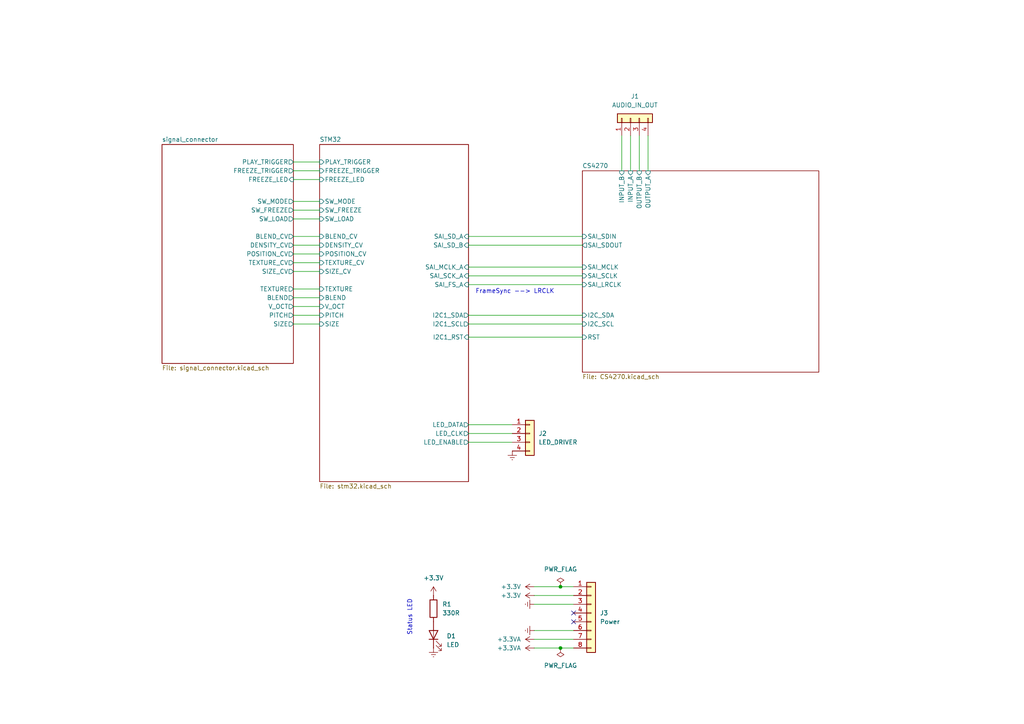
<source format=kicad_sch>
(kicad_sch (version 20231120) (generator "eeschema") (generator_version "8.0")
  (paper "A4")
  (lib_symbols
    (symbol "Connector_Generic:Conn_01x04" (pin_names (offset 1.016) hide)
      (property "Reference" "J" (at 0 5.08 0))
      (property "Value" "Conn_01x04" (at 0 -7.62 0))
      (symbol "Conn_01x04_1_1"
        (rectangle (start -1.27 -4.953) (end 0 -5.207) (stroke (width 0.1524)))
        (rectangle (start -1.27 -2.413) (end 0 -2.667) (stroke (width 0.1524)))
        (rectangle (start -1.27 0.127) (end 0 -0.127) (stroke (width 0.1524)))
        (rectangle (start -1.27 2.667) (end 0 2.413) (stroke (width 0.1524)))
        (rectangle (start -1.27 3.81) (end 1.27 -6.35) (stroke (width 0.254)) (fill (type background)))
        (pin passive line (at -5.08 2.54 0) (length 3.81) (name "Pin_1") (number "1"))
        (pin passive line (at -5.08 0 0) (length 3.81) (name "Pin_2") (number "2"))
        (pin passive line (at -5.08 -2.54 0) (length 3.81) (name "Pin_3") (number "3"))
        (pin passive line (at -5.08 -5.08 0) (length 3.81) (name "Pin_4") (number "4"))
      )
    )
    (symbol "Connector_Generic:Conn_01x08" (pin_names (offset 1.016) hide)
      (property "Reference" "J" (at 0 10.16 0))
      (property "Value" "Conn_01x08" (at 0 -12.7 0))
      (symbol "Conn_01x08_1_1"
        (rectangle (start -1.27 -10.033) (end 0 -10.287) (stroke (width 0.1524)))
        (rectangle (start -1.27 -7.493) (end 0 -7.747) (stroke (width 0.1524)))
        (rectangle (start -1.27 -4.953) (end 0 -5.207) (stroke (width 0.1524)))
        (rectangle (start -1.27 -2.413) (end 0 -2.667) (stroke (width 0.1524)))
        (rectangle (start -1.27 0.127) (end 0 -0.127) (stroke (width 0.1524)))
        (rectangle (start -1.27 2.667) (end 0 2.413) (stroke (width 0.1524)))
        (rectangle (start -1.27 5.207) (end 0 4.953) (stroke (width 0.1524)))
        (rectangle (start -1.27 7.747) (end 0 7.493) (stroke (width 0.1524)))
        (rectangle (start -1.27 8.89) (end 1.27 -11.43) (stroke (width 0.254)) (fill (type background)))
        (pin passive line (at -5.08 7.62 0) (length 3.81) (name "Pin_1") (number "1"))
        (pin passive line (at -5.08 5.08 0) (length 3.81) (name "Pin_2") (number "2"))
        (pin passive line (at -5.08 2.54 0) (length 3.81) (name "Pin_3") (number "3"))
        (pin passive line (at -5.08 0 0) (length 3.81) (name "Pin_4") (number "4"))
        (pin passive line (at -5.08 -2.54 0) (length 3.81) (name "Pin_5") (number "5"))
        (pin passive line (at -5.08 -5.08 0) (length 3.81) (name "Pin_6") (number "6"))
        (pin passive line (at -5.08 -7.62 0) (length 3.81) (name "Pin_7") (number "7"))
        (pin passive line (at -5.08 -10.16 0) (length 3.81) (name "Pin_8") (number "8"))
      )
    )
    (symbol "Device:LED" (pin_numbers hide) (pin_names (offset 1.016) hide)
      (property "Reference" "D" (at 0 2.54 0))
      (property "Value" "LED" (at 0 -2.54 0))
      (symbol "LED_0_1"
        (polyline (pts (xy -1.27 -1.27) (xy -1.27 1.27)) (stroke (width 0.254)))
        (polyline (pts (xy -1.27 0) (xy 1.27 0)))
        (polyline (pts (xy 1.27 -1.27) (xy 1.27 1.27) (xy -1.27 0) (xy 1.27 -1.27)) (stroke (width 0.254)))
        (polyline (pts (xy -3.048 -0.762) (xy -4.572 -2.286) (xy -3.81 -2.286) (xy -4.572 -2.286) (xy -4.572 -1.524)))
        (polyline (pts (xy -1.778 -0.762) (xy -3.302 -2.286) (xy -2.54 -2.286) (xy -3.302 -2.286) (xy -3.302 -1.524)))
      )
      (symbol "LED_1_1"
        (pin passive line (at -3.81 0 0) (length 2.54) (name "K") (number "1"))
        (pin passive line (at 3.81 0 180) (length 2.54) (name "A") (number "2"))
      )
    )
    (symbol "Device:R" (pin_numbers hide) (pin_names (offset 0))
      (property "Reference" "R" (at 2.032 0 90))
      (property "Value" "R" (at 0 0 90))
      (symbol "R_0_1"
        (rectangle (start -1.016 -2.54) (end 1.016 2.54) (stroke (width 0.254)))
      )
      (symbol "R_1_1"
        (pin passive line (at 0 3.81 270) (length 1.27) (name "~") (number "1"))
        (pin passive line (at 0 -3.81 90) (length 1.27) (name "~") (number "2"))
      )
    )
    (symbol "power:+3.3V" (power) (pin_numbers hide) (pin_names (offset 0) hide)
      (property "Value" "+3.3V" (at 0 3.556 0))
      (symbol "+3.3V_0_1"
        (polyline (pts (xy -0.762 1.27) (xy 0 2.54)))
        (polyline (pts (xy 0 0) (xy 0 2.54)))
        (polyline (pts (xy 0 2.54) (xy 0.762 1.27)))
      )
      (symbol "+3.3V_1_1"
        (pin power_in line (at 0 0 90) (length 0) (name "~") (number "1"))
      )
    )
    (symbol "power:GNDREF" (power) (pin_numbers hide) (pin_names (offset 0) hide)
      (property "Value" "GNDREF" (at 0 -3.81 0))
      (symbol "GNDREF_0_1"
        (polyline (pts (xy -0.635 -1.905) (xy 0.635 -1.905)))
        (polyline (pts (xy -0.127 -2.54) (xy 0.127 -2.54)))
        (polyline (pts (xy 0 -1.27) (xy 0 0)))
        (polyline (pts (xy 1.27 -1.27) (xy -1.27 -1.27)))
      )
      (symbol "GNDREF_1_1"
        (pin power_in line (at 0 0 270) (length 0) (name "~") (number "1"))
      )
    )
    (symbol "power:PWR_FLAG" (power) (pin_numbers hide) (pin_names (offset 0) hide)
      (property "Value" "PWR_FLAG" (at 0 3.81 0))
      (symbol "PWR_FLAG_0_0"
        (pin power_out line (at 0 0 90) (length 0) (name "~") (number "1"))
      )
      (symbol "PWR_FLAG_0_1"
        (polyline (pts (xy 0 0) (xy 0 1.27) (xy -1.016 1.905) (xy 0 2.54) (xy 1.016 1.905) (xy 0 1.27)))
      )
    )
  )
  (junction (at 162.56 187.96))
  (junction (at 162.56 170.18))
  (no_connect (at 166.37 177.8))
  (no_connect (at 166.37 180.34))
  (wire (pts (xy 85.09 68.58) (xy 92.71 68.58)))
  (wire (pts (xy 85.09 83.82) (xy 92.71 83.82)))
  (wire (pts (xy 85.09 86.36) (xy 92.71 86.36)))
  (wire (pts (xy 166.37 182.88) (xy 154.94 182.88)))
  (wire (pts (xy 166.37 172.72) (xy 154.94 172.72)))
  (wire (pts (xy 135.89 77.47) (xy 168.91 77.47)))
  (wire (pts (xy 135.89 71.12) (xy 168.91 71.12)))
  (wire (pts (xy 85.09 76.2) (xy 92.71 76.2)))
  (wire (pts (xy 185.42 39.37) (xy 185.42 49.53)))
  (wire (pts (xy 85.09 63.5) (xy 92.71 63.5)))
  (wire (pts (xy 182.88 39.37) (xy 182.88 49.53)))
  (wire (pts (xy 180.34 39.37) (xy 180.34 49.53)))
  (wire (pts (xy 135.89 128.27) (xy 148.59 128.27)))
  (wire (pts (xy 166.37 185.42) (xy 154.94 185.42)))
  (wire (pts (xy 187.96 39.37) (xy 187.96 49.53)))
  (wire (pts (xy 85.09 73.66) (xy 92.71 73.66)))
  (wire (pts (xy 85.09 58.42) (xy 92.71 58.42)))
  (wire (pts (xy 135.89 68.58) (xy 168.91 68.58)))
  (wire (pts (xy 166.37 187.96) (xy 162.56 187.96)))
  (wire (pts (xy 85.09 88.9) (xy 92.71 88.9)))
  (wire (pts (xy 135.89 97.79) (xy 168.91 97.79)))
  (wire (pts (xy 135.89 125.73) (xy 148.59 125.73)))
  (wire (pts (xy 135.89 82.55) (xy 168.91 82.55)))
  (wire (pts (xy 135.89 123.19) (xy 148.59 123.19)))
  (wire (pts (xy 162.56 170.18) (xy 154.94 170.18)))
  (wire (pts (xy 85.09 52.07) (xy 92.71 52.07)))
  (wire (pts (xy 85.09 49.53) (xy 92.71 49.53)))
  (wire (pts (xy 85.09 60.96) (xy 92.71 60.96)))
  (wire (pts (xy 85.09 91.44) (xy 92.71 91.44)))
  (wire (pts (xy 162.56 187.96) (xy 154.94 187.96)))
  (wire (pts (xy 85.09 78.74) (xy 92.71 78.74)))
  (wire (pts (xy 154.94 175.26) (xy 166.37 175.26)))
  (wire (pts (xy 85.09 93.98) (xy 92.71 93.98)))
  (wire (pts (xy 135.89 80.01) (xy 168.91 80.01)))
  (wire (pts (xy 135.89 93.98) (xy 168.91 93.98)))
  (wire (pts (xy 85.09 46.99) (xy 92.71 46.99)))
  (wire (pts (xy 166.37 170.18) (xy 162.56 170.18)))
  (wire (pts (xy 85.09 71.12) (xy 92.71 71.12)))
  (wire (pts (xy 135.89 91.44) (xy 168.91 91.44)))
  (text "FrameSync --> LRCLK" (at 149.352 84.582 0) (effects (font (size 1.27 1.27))))
  (text "Status LED" (at 118.872 179.07 90) (effects (font (size 1.27 1.27))))
  (symbol (lib_id "Connector_Generic:Conn_01x08") (at 171.45 177.8 0) (unit 1)
    (property "Reference" "J3" (at 173.99 177.7999 0) (effects (justify left)))
    (property "Value" "Power" (at 173.99 180.3399 0) (effects (justify left)))
    (property "Footprint" "Connector_PinHeader_2.54mm:PinHeader_1x08_P2.54mm_Vertical" (effects (hide yes)))
    (property "Description" "Generic connector, single row, 01x08, script generated (kicad-library-utils/schlib/autogen/connector/)" (effects (hide yes)))
  )
  (symbol (lib_id "power:+3.3V") (at 154.94 187.96 90) (unit 1)
    (property "Reference" "#PWR09" (effects (hide yes)))
    (property "Value" "+3.3VA" (at 151.13 187.9599 90) (effects (justify left)))
    (property "Description" "Power symbol creates a global label with name \"+3.3V\"" (effects (hide yes)))
  )
  (symbol (lib_id "power:+3.3V") (at 154.94 170.18 90) (unit 1)
    (property "Reference" "#PWR02" (effects (hide yes)))
    (property "Value" "+3.3V" (at 151.13 170.1799 90) (effects (justify left)))
    (property "Description" "Power symbol creates a global label with name \"+3.3V\"" (effects (hide yes)))
  )
  (symbol (lib_id "power:+3.3V") (at 154.94 185.42 90) (unit 1)
    (property "Reference" "#PWR07" (effects (hide yes)))
    (property "Value" "+3.3VA" (at 151.13 185.4199 90) (effects (justify left)))
    (property "Description" "Power symbol creates a global label with name \"+3.3V\"" (effects (hide yes)))
  )
  (symbol (lib_id "power:GNDREF") (at 125.73 187.96 0) (unit 1)
    (property "Reference" "#PWR08" (effects (hide yes)))
    (property "Value" "GNDREF" (effects (hide yes)))
    (property "Description" "Power symbol creates a global label with name \"GNDREF\" , reference supply ground" (effects (hide yes)))
  )
  (symbol (lib_id "Device:R") (at 125.73 176.53 180) (unit 1)
    (property "Reference" "R1" (at 128.27 175.2599 0) (effects (justify right)))
    (property "Value" "330R" (at 128.27 177.7999 0) (effects (justify right)))
    (property "Footprint" "Resistor_SMD:R_0805_2012Metric_Pad1.20x1.40mm_HandSolder" (effects (hide yes)))
    (property "Description" "Resistor" (effects (hide yes)))
  )
  (symbol (lib_id "power:GNDREF") (at 154.94 182.88 270) (unit 1)
    (property "Reference" "#PWR06" (effects (hide yes)))
    (property "Value" "GNDREF" (effects (hide yes)))
    (property "Description" "Power symbol creates a global label with name \"GNDREF\" , reference supply ground" (effects (hide yes)))
  )
  (symbol (lib_id "power:+3.3V") (at 125.73 172.72 0) (unit 1)
    (property "Reference" "#PWR03" (effects (hide yes)))
    (property "Value" "+3.3V" (at 125.73 167.64 0))
    (property "Description" "Power symbol creates a global label with name \"+3.3V\"" (effects (hide yes)))
  )
  (symbol (lib_id "power:+3.3V") (at 154.94 172.72 90) (unit 1)
    (property "Reference" "#PWR04" (effects (hide yes)))
    (property "Value" "+3.3V" (at 151.13 172.7199 90) (effects (justify left)))
    (property "Description" "Power symbol creates a global label with name \"+3.3V\"" (effects (hide yes)))
  )
  (symbol (lib_id "power:GNDREF") (at 148.59 130.81 0) (unit 1)
    (property "Reference" "#PWR01" (effects (hide yes)))
    (property "Value" "GNDREF" (effects (hide yes)))
    (property "Description" "Power symbol creates a global label with name \"GNDREF\" , reference supply ground" (effects (hide yes)))
  )
  (symbol (lib_id "Connector_Generic:Conn_01x04") (at 153.67 125.73 0) (unit 1)
    (property "Reference" "J2" (at 156.21 125.7299 0) (effects (justify left)))
    (property "Value" "LED_DRIVER" (at 156.21 128.2699 0) (effects (justify left)))
    (property "Footprint" "Connector_PinHeader_2.54mm:PinHeader_1x04_P2.54mm_Vertical" (effects (hide yes)))
    (property "Description" "Generic connector, single row, 01x04, script generated (kicad-library-utils/schlib/autogen/connector/)" (effects (hide yes)))
  )
  (symbol (lib_id "Device:LED") (at 125.73 184.15 90) (unit 1)
    (property "Reference" "D1" (at 129.54 184.4674 90) (effects (justify right)))
    (property "Value" "LED" (at 129.54 187.0074 90) (effects (justify right)))
    (property "Footprint" "LED_SMD:LED_0805_2012Metric_Pad1.15x1.40mm_HandSolder" (effects (hide yes)))
    (property "Description" "Light emitting diode" (effects (hide yes)))
  )
  (symbol (lib_id "power:PWR_FLAG") (at 162.56 170.18 0) (unit 1)
    (property "Reference" "#FLG01" (effects (hide yes)))
    (property "Value" "PWR_FLAG" (at 162.56 165.1 0))
    (property "Description" "Special symbol for telling ERC where power comes from" (effects (hide yes)))
  )
  (symbol (lib_id "power:GNDREF") (at 154.94 175.26 270) (unit 1)
    (property "Reference" "#PWR05" (effects (hide yes)))
    (property "Value" "GNDREF" (effects (hide yes)))
    (property "Description" "Power symbol creates a global label with name \"GNDREF\" , reference supply ground" (effects (hide yes)))
  )
  (symbol (lib_id "Connector_Generic:Conn_01x04") (at 182.88 34.29 90) (unit 1)
    (property "Reference" "J1" (at 184.15 27.94 90))
    (property "Value" "AUDIO_IN_OUT" (at 184.15 30.48 90))
    (property "Footprint" "Connector_PinHeader_2.54mm:PinHeader_1x04_P2.54mm_Vertical" (effects (hide yes)))
    (property "Description" "Generic connector, single row, 01x04, script generated (kicad-library-utils/schlib/autogen/connector/)" (effects (hide yes)))
  )
  (symbol (lib_id "power:PWR_FLAG") (at 162.56 187.96 180) (unit 1)
    (property "Reference" "#FLG02" (effects (hide yes)))
    (property "Value" "PWR_FLAG" (at 162.56 193.04 0))
    (property "Description" "Special symbol for telling ERC where power comes from" (effects (hide yes)))
  )
  (sheet (at 92.71 41.91) (size 43.18 97.79) (stroke (width 0.1524))
    (property "Sheetname" "STM32" (at 92.71 41.1984 0) (effects (justify left bottom)))
    (property "Sheetfile" "stm32.kicad_sch" (at 92.71 140.2846 0) (effects (justify left top)))
    (pin "PLAY_TRIGGER" input (at 92.71 46.99 180))
    (pin "FREEZE_TRIGGER" input (at 92.71 49.53 180))
    (pin "FREEZE_LED" input (at 92.71 52.07 180))
    (pin "SW_FREEZE" input (at 92.71 60.96 180))
    (pin "SW_MODE" input (at 92.71 58.42 180))
    (pin "SW_LOAD" input (at 92.71 63.5 180))
    (pin "BLEND_CV" input (at 92.71 68.58 180))
    (pin "DENSITY_CV" input (at 92.71 71.12 180))
    (pin "TEXTURE" input (at 92.71 83.82 180))
    (pin "BLEND" input (at 92.71 86.36 180))
    (pin "POSITION_CV" input (at 92.71 73.66 180))
    (pin "TEXTURE_CV" input (at 92.71 76.2 180))
    (pin "V_OCT" input (at 92.71 88.9 180))
    (pin "SIZE_CV" input (at 92.71 78.74 180))
    (pin "PITCH" input (at 92.71 91.44 180))
    (pin "SIZE" input (at 92.71 93.98 180))
    (pin "LED_DATA" output (at 135.89 123.19 0))
    (pin "LED_ENABLE" output (at 135.89 128.27 0))
    (pin "LED_CLK" output (at 135.89 125.73 0))
    (pin "I2C1_SCL" output (at 135.89 93.98 0))
    (pin "I2C1_SDA" output (at 135.89 91.44 0))
    (pin "SAI_SD_A" input (at 135.89 68.58 0))
    (pin "SAI_FS_A" input (at 135.89 82.55 0))
    (pin "SAI_SCK_A" input (at 135.89 80.01 0))
    (pin "I2C1_RST" input (at 135.89 97.79 0))
    (pin "SAI_MCLK_A" input (at 135.89 77.47 0))
    (pin "SAI_SD_B" input (at 135.89 71.12 0))
  )
  (sheet (at 46.99 41.91) (size 38.1 63.5) (stroke (width 0.1524))
    (property "Sheetname" "signal_connector" (at 46.99 41.1984 0) (effects (justify left bottom)))
    (property "Sheetfile" "signal_connector.kicad_sch" (at 46.99 105.9946 0) (effects (justify left top)))
    (pin "PLAY_TRIGGER" output (at 85.09 46.99 0))
    (pin "FREEZE_TRIGGER" output (at 85.09 49.53 0))
    (pin "PITCH" output (at 85.09 91.44 0))
    (pin "SIZE" output (at 85.09 93.98 0))
    (pin "BLEND" output (at 85.09 86.36 0))
    (pin "TEXTURE" output (at 85.09 83.82 0))
    (pin "SW_MODE" output (at 85.09 58.42 0))
    (pin "FREEZE_LED" input (at 85.09 52.07 0))
    (pin "SW_LOAD" output (at 85.09 63.5 0))
    (pin "SW_FREEZE" output (at 85.09 60.96 0))
    (pin "TEXTURE_CV" output (at 85.09 76.2 0))
    (pin "DENSITY_CV" output (at 85.09 71.12 0))
    (pin "SIZE_CV" output (at 85.09 78.74 0))
    (pin "POSITION_CV" output (at 85.09 73.66 0))
    (pin "V_OCT" output (at 85.09 88.9 0))
    (pin "BLEND_CV" output (at 85.09 68.58 0))
  )
  (sheet (at 168.91 49.53) (size 68.58 58.42) (stroke (width 0.1524))
    (property "Sheetname" "CS4270" (at 168.91 48.8184 0) (effects (justify left bottom)))
    (property "Sheetfile" "CS4270.kicad_sch" (at 168.91 108.5346 0) (effects (justify left top)))
    (pin "OUTPUT_A" input (at 187.96 49.53 90))
    (pin "OUTPUT_B" input (at 185.42 49.53 90))
    (pin "SAI_SDOUT" output (at 168.91 71.12 180))
    (pin "RST" input (at 168.91 97.79 180))
    (pin "I2C_SDA" input (at 168.91 91.44 180))
    (pin "I2C_SCL" input (at 168.91 93.98 180))
    (pin "INPUT_B" input (at 180.34 49.53 90))
    (pin "SAI_LRCLK" input (at 168.91 82.55 180))
    (pin "INPUT_A" input (at 182.88 49.53 90))
    (pin "SAI_SCLK" input (at 168.91 80.01 180))
    (pin "SAI_SDIN" input (at 168.91 68.58 180))
    (pin "SAI_MCLK" input (at 168.91 77.47 180))
  )
)
</source>
